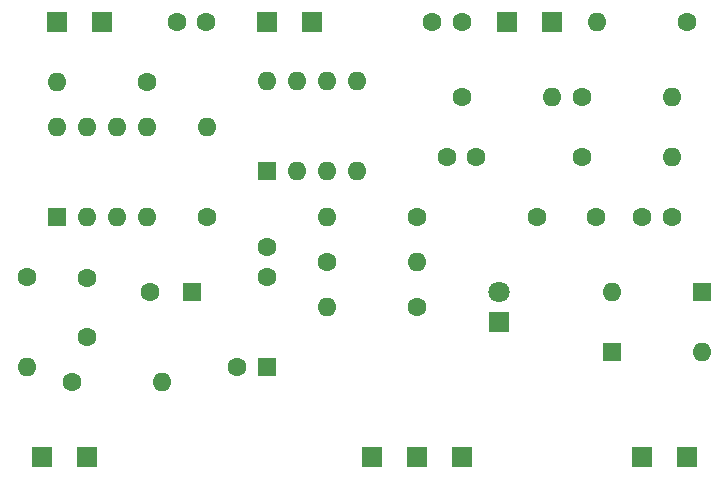
<source format=gbr>
%TF.GenerationSoftware,KiCad,Pcbnew,7.0.1*%
%TF.CreationDate,2023-11-26T17:03:10+00:00*%
%TF.ProjectId,ring-modulator,72696e67-2d6d-46f6-9475-6c61746f722e,rev?*%
%TF.SameCoordinates,Original*%
%TF.FileFunction,Soldermask,Bot*%
%TF.FilePolarity,Negative*%
%FSLAX46Y46*%
G04 Gerber Fmt 4.6, Leading zero omitted, Abs format (unit mm)*
G04 Created by KiCad (PCBNEW 7.0.1) date 2023-11-26 17:03:10*
%MOMM*%
%LPD*%
G01*
G04 APERTURE LIST*
%ADD10R,1.700000X1.700000*%
%ADD11C,1.600000*%
%ADD12O,1.600000X1.600000*%
%ADD13R,1.800000X1.800000*%
%ADD14C,1.800000*%
%ADD15R,1.600000X1.600000*%
G04 APERTURE END LIST*
D10*
%TO.C,J12*%
X135890000Y-137160000D03*
%TD*%
D11*
%TO.C,R5*%
X153670000Y-111760000D03*
D12*
X161290000Y-111760000D03*
%TD*%
D10*
%TO.C,J11*%
X139700000Y-137160000D03*
%TD*%
D11*
%TO.C,R6*%
X139700000Y-124460000D03*
D12*
X132080000Y-124460000D03*
%TD*%
D10*
%TO.C,J5*%
X111760000Y-137160000D03*
%TD*%
%TO.C,J8*%
X147320000Y-100330000D03*
%TD*%
D13*
%TO.C,D3*%
X146685000Y-125730000D03*
D14*
X146685000Y-123190000D03*
%TD*%
D11*
%TO.C,C8*%
X142240000Y-111760000D03*
X144740000Y-111760000D03*
%TD*%
%TO.C,R7*%
X139700000Y-116840000D03*
D12*
X132080000Y-116840000D03*
%TD*%
D11*
%TO.C,R3*%
X106680000Y-121920000D03*
D12*
X106680000Y-129540000D03*
%TD*%
D11*
%TO.C,R9*%
X153670000Y-106680000D03*
D12*
X161290000Y-106680000D03*
%TD*%
D11*
%TO.C,C4*%
X127000000Y-121920000D03*
X127000000Y-119420000D03*
%TD*%
D10*
%TO.C,J6*%
X162560000Y-137160000D03*
%TD*%
D11*
%TO.C,R8*%
X132080000Y-120650000D03*
D12*
X139700000Y-120650000D03*
%TD*%
D15*
%TO.C,D2*%
X156210000Y-128270000D03*
D12*
X163830000Y-128270000D03*
%TD*%
D10*
%TO.C,J2*%
X113030000Y-100330000D03*
%TD*%
D11*
%TO.C,C2*%
X119380000Y-100330000D03*
X121880000Y-100330000D03*
%TD*%
D15*
%TO.C,C6*%
X127000000Y-129540000D03*
D11*
X124500000Y-129540000D03*
%TD*%
D15*
%TO.C,U1*%
X109220000Y-116840000D03*
D12*
X111760000Y-116840000D03*
X114300000Y-116840000D03*
X116840000Y-116840000D03*
X116840000Y-109220000D03*
X114300000Y-109220000D03*
X111760000Y-109220000D03*
X109220000Y-109220000D03*
%TD*%
D10*
%TO.C,J7*%
X158750000Y-137160000D03*
%TD*%
%TO.C,J1*%
X127000000Y-100330000D03*
%TD*%
D15*
%TO.C,D1*%
X163830000Y-123190000D03*
D12*
X156210000Y-123190000D03*
%TD*%
D10*
%TO.C,J10*%
X143510000Y-137160000D03*
%TD*%
D11*
%TO.C,C3*%
X111760000Y-127000000D03*
X111760000Y-122000000D03*
%TD*%
%TO.C,R1*%
X121920000Y-116840000D03*
D12*
X121920000Y-109220000D03*
%TD*%
D10*
%TO.C,J4*%
X107950000Y-137160000D03*
%TD*%
D15*
%TO.C,C1*%
X120650000Y-123190000D03*
D11*
X117150000Y-123190000D03*
%TD*%
%TO.C,C5*%
X149900000Y-116840000D03*
X154900000Y-116840000D03*
%TD*%
%TO.C,C9*%
X141010000Y-100330000D03*
X143510000Y-100330000D03*
%TD*%
%TO.C,C7*%
X158790000Y-116840000D03*
X161290000Y-116840000D03*
%TD*%
D15*
%TO.C,U2*%
X127010000Y-113020000D03*
D12*
X129550000Y-113020000D03*
X132090000Y-113020000D03*
X134630000Y-113020000D03*
X134630000Y-105400000D03*
X132090000Y-105400000D03*
X129550000Y-105400000D03*
X127010000Y-105400000D03*
%TD*%
D10*
%TO.C,J13*%
X130810000Y-100330000D03*
%TD*%
D11*
%TO.C,R2*%
X116840000Y-105410000D03*
D12*
X109220000Y-105410000D03*
%TD*%
D10*
%TO.C,J9*%
X151130000Y-100330000D03*
%TD*%
D11*
%TO.C,R4*%
X110490000Y-130810000D03*
D12*
X118110000Y-130810000D03*
%TD*%
D10*
%TO.C,J3*%
X109220000Y-100330000D03*
%TD*%
D11*
%TO.C,R11*%
X143510000Y-106680000D03*
D12*
X151130000Y-106680000D03*
%TD*%
D11*
%TO.C,R10*%
X162560000Y-100330000D03*
D12*
X154940000Y-100330000D03*
%TD*%
M02*

</source>
